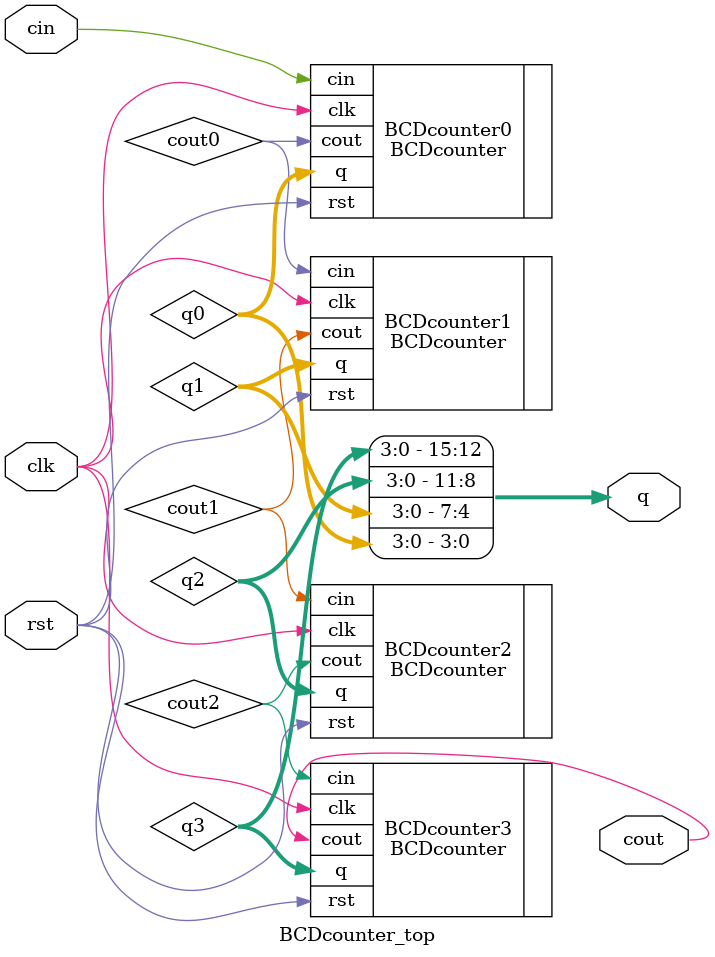
<source format=v>
`timescale 1ns / 1ps

module BCDcounter_top(
        input clk,          //Ê±ÖÓÐÅºÅÊäÈë
        input rst,          //¸´Î»ÐÅºÅÊäÈë
        input cin,          //½øÎ»ÐÅºÅÊäÈë
        output cout,        //½øÎ»ÐÅºÅÊä³ö
        output [15:0]q      //BCDÂëÊä³ö
    );
    
    wire cout0,cout1,cout2;     //4¸öBCD¼ÆÊýÆ÷¼¶ÁªÖ®¼äÁ¬½ÓÏß
    wire [3:0]q0,q1,q2,q3;      //Ã¿¸öBCD¼ÆÊýÆ÷µÄÊä³ö
    
    assign q = {q3,q2,q1,q0};   //Æ´½Ó³É16Î»Êä³ö
    
    //Àý»¯4¸öBCD¼ÆÊýÆ÷
    BCDcounter BCDcounter0(
        .clk(clk),        //Ê±ÖÓÐÅºÅÊäÈë
        .rst(rst),        //¸´Î»ÐÅºÅÊäÈë
        .cin(cin),        //½øÎ»ÐÅºÅÊäÈë
        .cout(cout0),     //½øÎ»ÐÅºÅÊä³ö
        .q(q0)             //4bitBCDÂëÊä³ö 
        );
    BCDcounter BCDcounter1(
        .clk(clk),    //Ê±ÖÓÐÅºÅÊäÈë
        .rst(rst),    //¸´Î»ÐÅºÅÊäÈë
        .cin(cout0),  //½øÎ»ÐÅºÅÊäÈë
        .cout(cout1), //½øÎ»ÐÅºÅÊä³ö
        .q(q1)         //4bitBCDÂëÊä³ö 
            );
    BCDcounter BCDcounter2(
        .clk(clk), //Ê±ÖÓÐÅºÅÊäÈë
        .rst(rst),        //¸´Î»ÐÅºÅÊäÈë
              .cin(cout1),        //½øÎ»ÐÅºÅÊäÈë
              .cout(cout2),      //½øÎ»ÐÅºÅÊä³ö
              .q(q2)             //4bitBCDÂëÊä³ö 
                );
    BCDcounter BCDcounter3(
              .clk(clk),        //Ê±ÖÓÐÅºÅÊäÈë
              .rst(rst),        //¸´Î»ÐÅºÅÊäÈë
              .cin(cout2),        //½øÎ»ÐÅºÅÊäÈë
              .cout(cout),      //½øÎ»ÐÅºÅÊä³ö
              .q(q3)             //4bitBCDÂëÊä³ö 
               );
endmodule

</source>
